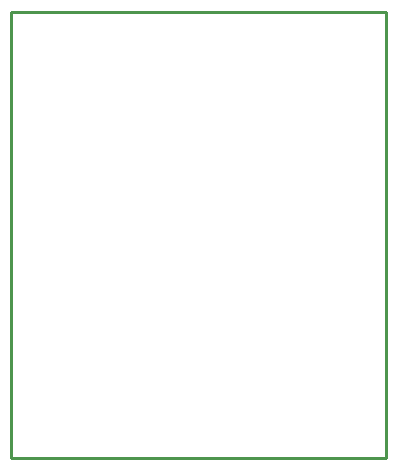
<source format=gbr>
G04 EAGLE Gerber RS-274X export*
G75*
%MOMM*%
%FSLAX34Y34*%
%LPD*%
%IN*%
%IPPOS*%
%AMOC8*
5,1,8,0,0,1.08239X$1,22.5*%
G01*
G04 Define Apertures*
%ADD10C,0.254000*%
D10*
X0Y127000D02*
X317300Y127000D01*
X317300Y504700D01*
X0Y504700D01*
X0Y127000D01*
M02*

</source>
